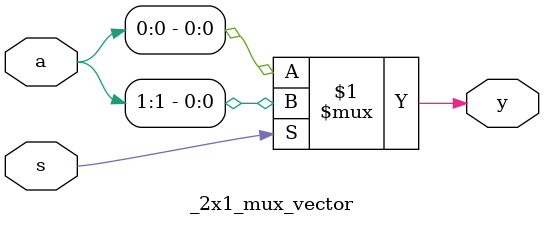
<source format=v>
`timescale 1ns / 1ps


module _2x1_mux_vector(
    output y,
    input s,
    input [1:0]a
    );
    
    assign y = s ? a[1] : a[0]; 
    
endmodule

</source>
